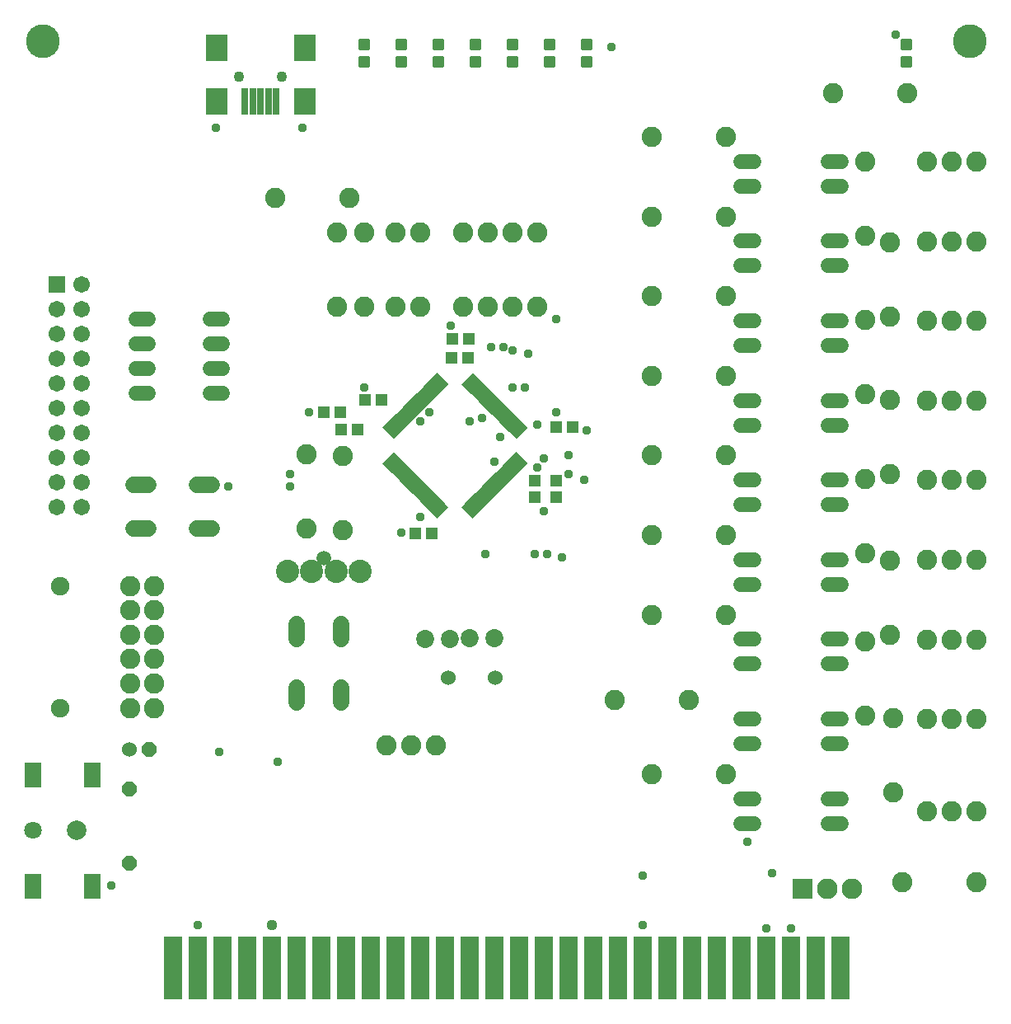
<source format=gts>
G75*
%MOIN*%
%OFA0B0*%
%FSLAX25Y25*%
%IPPOS*%
%LPD*%
%AMOC8*
5,1,8,0,0,1.08239X$1,22.5*
%
%ADD10C,0.13650*%
%ADD11R,0.06509X0.01981*%
%ADD12R,0.06737X0.06737*%
%ADD13C,0.06737*%
%ADD14R,0.02769X0.10643*%
%ADD15R,0.08674X0.10643*%
%ADD16C,0.04343*%
%ADD17R,0.07300X0.25800*%
%ADD18C,0.08182*%
%ADD19C,0.07493*%
%ADD20R,0.06706X0.10249*%
%ADD21C,0.07099*%
%ADD22C,0.07887*%
%ADD23C,0.08200*%
%ADD24C,0.06000*%
%ADD25R,0.08300X0.08300*%
%ADD26C,0.08300*%
%ADD27C,0.06000*%
%ADD28R,0.05131X0.04737*%
%ADD29R,0.04737X0.05131*%
%ADD30C,0.01421*%
%ADD31C,0.06800*%
%ADD32C,0.07300*%
%ADD33C,0.09400*%
%ADD34C,0.05918*%
%ADD35OC8,0.06000*%
%ADD36C,0.04369*%
%ADD37C,0.03778*%
D10*
X0013800Y0392152D03*
X0388800Y0392152D03*
D11*
G36*
X0203826Y0232645D02*
X0208426Y0237245D01*
X0209826Y0235845D01*
X0205226Y0231245D01*
X0203826Y0232645D01*
G37*
G36*
X0202434Y0234037D02*
X0207034Y0238637D01*
X0208434Y0237237D01*
X0203834Y0232637D01*
X0202434Y0234037D01*
G37*
G36*
X0201042Y0235429D02*
X0205642Y0240029D01*
X0207042Y0238629D01*
X0202442Y0234029D01*
X0201042Y0235429D01*
G37*
G36*
X0199650Y0236821D02*
X0204250Y0241421D01*
X0205650Y0240021D01*
X0201050Y0235421D01*
X0199650Y0236821D01*
G37*
G36*
X0198258Y0238212D02*
X0202858Y0242812D01*
X0204258Y0241412D01*
X0199658Y0236812D01*
X0198258Y0238212D01*
G37*
G36*
X0196866Y0239604D02*
X0201466Y0244204D01*
X0202866Y0242804D01*
X0198266Y0238204D01*
X0196866Y0239604D01*
G37*
G36*
X0195474Y0240996D02*
X0200074Y0245596D01*
X0201474Y0244196D01*
X0196874Y0239596D01*
X0195474Y0240996D01*
G37*
G36*
X0194082Y0242388D02*
X0198682Y0246988D01*
X0200082Y0245588D01*
X0195482Y0240988D01*
X0194082Y0242388D01*
G37*
G36*
X0192690Y0243780D02*
X0197290Y0248380D01*
X0198690Y0246980D01*
X0194090Y0242380D01*
X0192690Y0243780D01*
G37*
G36*
X0191298Y0245172D02*
X0195898Y0249772D01*
X0197298Y0248372D01*
X0192698Y0243772D01*
X0191298Y0245172D01*
G37*
G36*
X0189906Y0246564D02*
X0194506Y0251164D01*
X0195906Y0249764D01*
X0191306Y0245164D01*
X0189906Y0246564D01*
G37*
G36*
X0188515Y0247956D02*
X0193115Y0252556D01*
X0194515Y0251156D01*
X0189915Y0246556D01*
X0188515Y0247956D01*
G37*
G36*
X0187123Y0249348D02*
X0191723Y0253948D01*
X0193123Y0252548D01*
X0188523Y0247948D01*
X0187123Y0249348D01*
G37*
G36*
X0185731Y0250740D02*
X0190331Y0255340D01*
X0191731Y0253940D01*
X0187131Y0249340D01*
X0185731Y0250740D01*
G37*
G36*
X0184339Y0252132D02*
X0188939Y0256732D01*
X0190339Y0255332D01*
X0185739Y0250732D01*
X0184339Y0252132D01*
G37*
G36*
X0182947Y0253524D02*
X0187547Y0258124D01*
X0188947Y0256724D01*
X0184347Y0252124D01*
X0182947Y0253524D01*
G37*
G36*
X0173211Y0258124D02*
X0177811Y0253524D01*
X0176411Y0252124D01*
X0171811Y0256724D01*
X0173211Y0258124D01*
G37*
G36*
X0171819Y0256732D02*
X0176419Y0252132D01*
X0175019Y0250732D01*
X0170419Y0255332D01*
X0171819Y0256732D01*
G37*
G36*
X0170427Y0255340D02*
X0175027Y0250740D01*
X0173627Y0249340D01*
X0169027Y0253940D01*
X0170427Y0255340D01*
G37*
G36*
X0169035Y0253948D02*
X0173635Y0249348D01*
X0172235Y0247948D01*
X0167635Y0252548D01*
X0169035Y0253948D01*
G37*
G36*
X0167643Y0252556D02*
X0172243Y0247956D01*
X0170843Y0246556D01*
X0166243Y0251156D01*
X0167643Y0252556D01*
G37*
G36*
X0166252Y0251164D02*
X0170852Y0246564D01*
X0169452Y0245164D01*
X0164852Y0249764D01*
X0166252Y0251164D01*
G37*
G36*
X0164860Y0249772D02*
X0169460Y0245172D01*
X0168060Y0243772D01*
X0163460Y0248372D01*
X0164860Y0249772D01*
G37*
G36*
X0163468Y0248380D02*
X0168068Y0243780D01*
X0166668Y0242380D01*
X0162068Y0246980D01*
X0163468Y0248380D01*
G37*
G36*
X0162076Y0246988D02*
X0166676Y0242388D01*
X0165276Y0240988D01*
X0160676Y0245588D01*
X0162076Y0246988D01*
G37*
G36*
X0160684Y0245596D02*
X0165284Y0240996D01*
X0163884Y0239596D01*
X0159284Y0244196D01*
X0160684Y0245596D01*
G37*
G36*
X0159292Y0244204D02*
X0163892Y0239604D01*
X0162492Y0238204D01*
X0157892Y0242804D01*
X0159292Y0244204D01*
G37*
G36*
X0157900Y0242812D02*
X0162500Y0238212D01*
X0161100Y0236812D01*
X0156500Y0241412D01*
X0157900Y0242812D01*
G37*
G36*
X0156508Y0241421D02*
X0161108Y0236821D01*
X0159708Y0235421D01*
X0155108Y0240021D01*
X0156508Y0241421D01*
G37*
G36*
X0155116Y0240029D02*
X0159716Y0235429D01*
X0158316Y0234029D01*
X0153716Y0238629D01*
X0155116Y0240029D01*
G37*
G36*
X0153724Y0238637D02*
X0158324Y0234037D01*
X0156924Y0232637D01*
X0152324Y0237237D01*
X0153724Y0238637D01*
G37*
G36*
X0152332Y0237245D02*
X0156932Y0232645D01*
X0155532Y0231245D01*
X0150932Y0235845D01*
X0152332Y0237245D01*
G37*
G36*
X0150932Y0221509D02*
X0155532Y0226109D01*
X0156932Y0224709D01*
X0152332Y0220109D01*
X0150932Y0221509D01*
G37*
G36*
X0152324Y0220117D02*
X0156924Y0224717D01*
X0158324Y0223317D01*
X0153724Y0218717D01*
X0152324Y0220117D01*
G37*
G36*
X0153716Y0218725D02*
X0158316Y0223325D01*
X0159716Y0221925D01*
X0155116Y0217325D01*
X0153716Y0218725D01*
G37*
G36*
X0155108Y0217333D02*
X0159708Y0221933D01*
X0161108Y0220533D01*
X0156508Y0215933D01*
X0155108Y0217333D01*
G37*
G36*
X0156500Y0215941D02*
X0161100Y0220541D01*
X0162500Y0219141D01*
X0157900Y0214541D01*
X0156500Y0215941D01*
G37*
G36*
X0157892Y0214549D02*
X0162492Y0219149D01*
X0163892Y0217749D01*
X0159292Y0213149D01*
X0157892Y0214549D01*
G37*
G36*
X0159284Y0213158D02*
X0163884Y0217758D01*
X0165284Y0216358D01*
X0160684Y0211758D01*
X0159284Y0213158D01*
G37*
G36*
X0160676Y0211766D02*
X0165276Y0216366D01*
X0166676Y0214966D01*
X0162076Y0210366D01*
X0160676Y0211766D01*
G37*
G36*
X0162068Y0210374D02*
X0166668Y0214974D01*
X0168068Y0213574D01*
X0163468Y0208974D01*
X0162068Y0210374D01*
G37*
G36*
X0163460Y0208982D02*
X0168060Y0213582D01*
X0169460Y0212182D01*
X0164860Y0207582D01*
X0163460Y0208982D01*
G37*
G36*
X0164852Y0207590D02*
X0169452Y0212190D01*
X0170852Y0210790D01*
X0166252Y0206190D01*
X0164852Y0207590D01*
G37*
G36*
X0166243Y0206198D02*
X0170843Y0210798D01*
X0172243Y0209398D01*
X0167643Y0204798D01*
X0166243Y0206198D01*
G37*
G36*
X0167635Y0204806D02*
X0172235Y0209406D01*
X0173635Y0208006D01*
X0169035Y0203406D01*
X0167635Y0204806D01*
G37*
G36*
X0169027Y0203414D02*
X0173627Y0208014D01*
X0175027Y0206614D01*
X0170427Y0202014D01*
X0169027Y0203414D01*
G37*
G36*
X0170419Y0202022D02*
X0175019Y0206622D01*
X0176419Y0205222D01*
X0171819Y0200622D01*
X0170419Y0202022D01*
G37*
G36*
X0171811Y0200630D02*
X0176411Y0205230D01*
X0177811Y0203830D01*
X0173211Y0199230D01*
X0171811Y0200630D01*
G37*
G36*
X0184347Y0205230D02*
X0188947Y0200630D01*
X0187547Y0199230D01*
X0182947Y0203830D01*
X0184347Y0205230D01*
G37*
G36*
X0185739Y0206622D02*
X0190339Y0202022D01*
X0188939Y0200622D01*
X0184339Y0205222D01*
X0185739Y0206622D01*
G37*
G36*
X0187131Y0208014D02*
X0191731Y0203414D01*
X0190331Y0202014D01*
X0185731Y0206614D01*
X0187131Y0208014D01*
G37*
G36*
X0188523Y0209406D02*
X0193123Y0204806D01*
X0191723Y0203406D01*
X0187123Y0208006D01*
X0188523Y0209406D01*
G37*
G36*
X0189915Y0210798D02*
X0194515Y0206198D01*
X0193115Y0204798D01*
X0188515Y0209398D01*
X0189915Y0210798D01*
G37*
G36*
X0191306Y0212190D02*
X0195906Y0207590D01*
X0194506Y0206190D01*
X0189906Y0210790D01*
X0191306Y0212190D01*
G37*
G36*
X0192698Y0213582D02*
X0197298Y0208982D01*
X0195898Y0207582D01*
X0191298Y0212182D01*
X0192698Y0213582D01*
G37*
G36*
X0194090Y0214974D02*
X0198690Y0210374D01*
X0197290Y0208974D01*
X0192690Y0213574D01*
X0194090Y0214974D01*
G37*
G36*
X0195482Y0216366D02*
X0200082Y0211766D01*
X0198682Y0210366D01*
X0194082Y0214966D01*
X0195482Y0216366D01*
G37*
G36*
X0196874Y0217758D02*
X0201474Y0213158D01*
X0200074Y0211758D01*
X0195474Y0216358D01*
X0196874Y0217758D01*
G37*
G36*
X0198266Y0219149D02*
X0202866Y0214549D01*
X0201466Y0213149D01*
X0196866Y0217749D01*
X0198266Y0219149D01*
G37*
G36*
X0199658Y0220541D02*
X0204258Y0215941D01*
X0202858Y0214541D01*
X0198258Y0219141D01*
X0199658Y0220541D01*
G37*
G36*
X0201050Y0221933D02*
X0205650Y0217333D01*
X0204250Y0215933D01*
X0199650Y0220533D01*
X0201050Y0221933D01*
G37*
G36*
X0202442Y0223325D02*
X0207042Y0218725D01*
X0205642Y0217325D01*
X0201042Y0221925D01*
X0202442Y0223325D01*
G37*
G36*
X0203834Y0224717D02*
X0208434Y0220117D01*
X0207034Y0218717D01*
X0202434Y0223317D01*
X0203834Y0224717D01*
G37*
G36*
X0205226Y0226109D02*
X0209826Y0221509D01*
X0208426Y0220109D01*
X0203826Y0224709D01*
X0205226Y0226109D01*
G37*
D12*
X0019309Y0293753D03*
D13*
X0029309Y0293753D03*
X0029309Y0283753D03*
X0029309Y0273753D03*
X0029309Y0263753D03*
X0029309Y0253753D03*
X0029309Y0243753D03*
X0029309Y0233753D03*
X0029309Y0223753D03*
X0029309Y0213753D03*
X0029309Y0203753D03*
X0019309Y0203753D03*
X0019309Y0213753D03*
X0019309Y0223753D03*
X0019309Y0233753D03*
X0019309Y0243753D03*
X0019309Y0253753D03*
X0019309Y0263753D03*
X0019309Y0273753D03*
X0019309Y0283753D03*
D14*
X0095486Y0367778D03*
X0098635Y0367778D03*
X0101785Y0367778D03*
X0104935Y0367778D03*
X0108084Y0367778D03*
D15*
X0119502Y0367778D03*
X0119502Y0389432D03*
X0084068Y0389432D03*
X0084068Y0367778D03*
D16*
X0093124Y0377621D03*
X0110446Y0377621D03*
D17*
X0106494Y0017500D03*
X0116494Y0017500D03*
X0126494Y0017500D03*
X0136494Y0017500D03*
X0146494Y0017500D03*
X0156494Y0017500D03*
X0166494Y0017500D03*
X0176494Y0017500D03*
X0186494Y0017500D03*
X0196494Y0017500D03*
X0206494Y0017500D03*
X0216494Y0017500D03*
X0226494Y0017500D03*
X0236494Y0017500D03*
X0246494Y0017500D03*
X0256494Y0017500D03*
X0266494Y0017500D03*
X0276494Y0017500D03*
X0286494Y0017500D03*
X0296494Y0017500D03*
X0306494Y0017500D03*
X0316494Y0017500D03*
X0326494Y0017500D03*
X0336494Y0017500D03*
X0096494Y0017500D03*
X0086494Y0017500D03*
X0076494Y0017500D03*
X0066494Y0017500D03*
D18*
X0058819Y0122566D03*
X0058819Y0132409D03*
X0048976Y0132409D03*
X0048976Y0122566D03*
X0048976Y0142251D03*
X0058819Y0142251D03*
X0058819Y0152094D03*
X0058819Y0161936D03*
X0048976Y0161936D03*
X0048976Y0152094D03*
X0048976Y0171779D03*
X0058819Y0171779D03*
D19*
X0020708Y0171779D03*
X0020708Y0122566D03*
D20*
X0009624Y0050528D03*
X0033640Y0050528D03*
X0033640Y0095410D03*
X0009624Y0095410D03*
D21*
X0009624Y0072969D03*
D22*
X0027341Y0072969D03*
D23*
X0135065Y0194299D03*
X0120226Y0195233D03*
X0120226Y0225233D03*
X0135065Y0224299D03*
X0132550Y0284652D03*
X0143800Y0284652D03*
X0156300Y0284652D03*
X0166300Y0284652D03*
X0183800Y0284652D03*
X0193800Y0284652D03*
X0203800Y0284652D03*
X0213800Y0284652D03*
X0213800Y0314652D03*
X0203800Y0314652D03*
X0193800Y0314652D03*
X0183800Y0314652D03*
X0166300Y0314652D03*
X0156300Y0314652D03*
X0143800Y0314652D03*
X0132550Y0314652D03*
X0137678Y0328784D03*
X0107678Y0328784D03*
X0260050Y0321202D03*
X0290050Y0321202D03*
X0290050Y0353402D03*
X0260050Y0353402D03*
X0260050Y0289002D03*
X0290050Y0289002D03*
X0290050Y0256802D03*
X0260050Y0256802D03*
X0260050Y0224602D03*
X0290050Y0224602D03*
X0290050Y0192402D03*
X0260050Y0192402D03*
X0260050Y0160202D03*
X0290050Y0160202D03*
X0275050Y0125902D03*
X0245050Y0125902D03*
X0260050Y0095802D03*
X0290050Y0095802D03*
X0346300Y0119452D03*
X0357550Y0118402D03*
X0371300Y0118002D03*
X0381300Y0118002D03*
X0391300Y0118002D03*
X0391300Y0150202D03*
X0381300Y0150202D03*
X0371300Y0150202D03*
X0356300Y0152152D03*
X0346300Y0149452D03*
X0356300Y0182152D03*
X0346300Y0185102D03*
X0371300Y0182402D03*
X0381300Y0182402D03*
X0391300Y0182402D03*
X0391300Y0214602D03*
X0381300Y0214602D03*
X0371300Y0214602D03*
X0356300Y0217152D03*
X0346300Y0215102D03*
X0356300Y0247152D03*
X0346300Y0249502D03*
X0371300Y0246802D03*
X0381300Y0246802D03*
X0391300Y0246802D03*
X0391300Y0279002D03*
X0381300Y0279002D03*
X0371300Y0279002D03*
X0356300Y0280902D03*
X0346300Y0279502D03*
X0356300Y0310902D03*
X0346300Y0313402D03*
X0371300Y0311202D03*
X0381300Y0311202D03*
X0391300Y0311202D03*
X0391300Y0343402D03*
X0381300Y0343402D03*
X0371300Y0343402D03*
X0346300Y0343402D03*
X0333397Y0370917D03*
X0363397Y0370917D03*
X0172590Y0107354D03*
X0162590Y0107354D03*
X0152590Y0107354D03*
X0357550Y0088402D03*
X0371300Y0080802D03*
X0381300Y0080802D03*
X0391300Y0080802D03*
X0391300Y0052152D03*
X0361300Y0052152D03*
D24*
X0196691Y0134632D03*
X0177691Y0134632D03*
X0048550Y0105902D03*
D25*
X0320895Y0049427D03*
D26*
X0330895Y0049427D03*
X0340895Y0049427D03*
D27*
X0336500Y0075902D02*
X0331300Y0075902D01*
X0331300Y0085902D02*
X0336500Y0085902D01*
X0336500Y0108102D02*
X0331300Y0108102D01*
X0331300Y0118102D02*
X0336500Y0118102D01*
X0336500Y0140302D02*
X0331300Y0140302D01*
X0331300Y0150302D02*
X0336500Y0150302D01*
X0336500Y0172502D02*
X0331300Y0172502D01*
X0331300Y0182502D02*
X0336500Y0182502D01*
X0336500Y0204702D02*
X0331300Y0204702D01*
X0331300Y0214702D02*
X0336500Y0214702D01*
X0336500Y0236902D02*
X0331300Y0236902D01*
X0331300Y0246902D02*
X0336500Y0246902D01*
X0336500Y0269102D02*
X0331300Y0269102D01*
X0331300Y0279102D02*
X0336500Y0279102D01*
X0336500Y0301302D02*
X0331300Y0301302D01*
X0331300Y0311302D02*
X0336500Y0311302D01*
X0336500Y0333502D02*
X0331300Y0333502D01*
X0331300Y0343502D02*
X0336500Y0343502D01*
X0301300Y0343502D02*
X0296100Y0343502D01*
X0296100Y0333502D02*
X0301300Y0333502D01*
X0301300Y0311302D02*
X0296100Y0311302D01*
X0296100Y0301302D02*
X0301300Y0301302D01*
X0301300Y0279102D02*
X0296100Y0279102D01*
X0296100Y0269102D02*
X0301300Y0269102D01*
X0301300Y0246902D02*
X0296100Y0246902D01*
X0296100Y0236902D02*
X0301300Y0236902D01*
X0301300Y0214702D02*
X0296100Y0214702D01*
X0296100Y0204702D02*
X0301300Y0204702D01*
X0301300Y0182502D02*
X0296100Y0182502D01*
X0296100Y0172502D02*
X0301300Y0172502D01*
X0301300Y0150302D02*
X0296100Y0150302D01*
X0296100Y0140302D02*
X0301300Y0140302D01*
X0301300Y0118102D02*
X0296100Y0118102D01*
X0296100Y0108102D02*
X0301300Y0108102D01*
X0301300Y0085902D02*
X0296100Y0085902D01*
X0296100Y0075902D02*
X0301300Y0075902D01*
X0086400Y0249652D02*
X0081200Y0249652D01*
X0081200Y0259652D02*
X0086400Y0259652D01*
X0086400Y0269652D02*
X0081200Y0269652D01*
X0081200Y0279652D02*
X0086400Y0279652D01*
X0056400Y0279652D02*
X0051200Y0279652D01*
X0051200Y0269652D02*
X0056400Y0269652D01*
X0056400Y0259652D02*
X0051200Y0259652D01*
X0051200Y0249652D02*
X0056400Y0249652D01*
D28*
X0127443Y0241912D03*
X0134135Y0241912D03*
X0134444Y0234973D03*
X0141136Y0234973D03*
X0144022Y0246936D03*
X0150714Y0246936D03*
X0178964Y0264042D03*
X0179196Y0271790D03*
X0185888Y0271790D03*
X0185656Y0264042D03*
X0221464Y0236159D03*
X0228156Y0236159D03*
X0171136Y0193051D03*
X0164444Y0193051D03*
D29*
X0212612Y0207796D03*
X0212612Y0214488D03*
X0221268Y0214488D03*
X0221268Y0207796D03*
D30*
X0220458Y0382041D02*
X0217142Y0382041D01*
X0217142Y0385357D01*
X0220458Y0385357D01*
X0220458Y0382041D01*
X0220458Y0383461D02*
X0217142Y0383461D01*
X0217142Y0384881D02*
X0220458Y0384881D01*
X0220458Y0388947D02*
X0217142Y0388947D01*
X0217142Y0392263D01*
X0220458Y0392263D01*
X0220458Y0388947D01*
X0220458Y0390367D02*
X0217142Y0390367D01*
X0217142Y0391787D02*
X0220458Y0391787D01*
X0232142Y0388947D02*
X0235458Y0388947D01*
X0232142Y0388947D02*
X0232142Y0392263D01*
X0235458Y0392263D01*
X0235458Y0388947D01*
X0235458Y0390367D02*
X0232142Y0390367D01*
X0232142Y0391787D02*
X0235458Y0391787D01*
X0235458Y0382041D02*
X0232142Y0382041D01*
X0232142Y0385357D01*
X0235458Y0385357D01*
X0235458Y0382041D01*
X0235458Y0383461D02*
X0232142Y0383461D01*
X0232142Y0384881D02*
X0235458Y0384881D01*
X0205458Y0382041D02*
X0202142Y0382041D01*
X0202142Y0385357D01*
X0205458Y0385357D01*
X0205458Y0382041D01*
X0205458Y0383461D02*
X0202142Y0383461D01*
X0202142Y0384881D02*
X0205458Y0384881D01*
X0205458Y0388947D02*
X0202142Y0388947D01*
X0202142Y0392263D01*
X0205458Y0392263D01*
X0205458Y0388947D01*
X0205458Y0390367D02*
X0202142Y0390367D01*
X0202142Y0391787D02*
X0205458Y0391787D01*
X0190458Y0388947D02*
X0187142Y0388947D01*
X0187142Y0392263D01*
X0190458Y0392263D01*
X0190458Y0388947D01*
X0190458Y0390367D02*
X0187142Y0390367D01*
X0187142Y0391787D02*
X0190458Y0391787D01*
X0190458Y0382041D02*
X0187142Y0382041D01*
X0187142Y0385357D01*
X0190458Y0385357D01*
X0190458Y0382041D01*
X0190458Y0383461D02*
X0187142Y0383461D01*
X0187142Y0384881D02*
X0190458Y0384881D01*
X0175458Y0382041D02*
X0172142Y0382041D01*
X0172142Y0385357D01*
X0175458Y0385357D01*
X0175458Y0382041D01*
X0175458Y0383461D02*
X0172142Y0383461D01*
X0172142Y0384881D02*
X0175458Y0384881D01*
X0175458Y0388947D02*
X0172142Y0388947D01*
X0172142Y0392263D01*
X0175458Y0392263D01*
X0175458Y0388947D01*
X0175458Y0390367D02*
X0172142Y0390367D01*
X0172142Y0391787D02*
X0175458Y0391787D01*
X0160458Y0388947D02*
X0157142Y0388947D01*
X0157142Y0392263D01*
X0160458Y0392263D01*
X0160458Y0388947D01*
X0160458Y0390367D02*
X0157142Y0390367D01*
X0157142Y0391787D02*
X0160458Y0391787D01*
X0160458Y0382041D02*
X0157142Y0382041D01*
X0157142Y0385357D01*
X0160458Y0385357D01*
X0160458Y0382041D01*
X0160458Y0383461D02*
X0157142Y0383461D01*
X0157142Y0384881D02*
X0160458Y0384881D01*
X0145458Y0382041D02*
X0142142Y0382041D01*
X0142142Y0385357D01*
X0145458Y0385357D01*
X0145458Y0382041D01*
X0145458Y0383461D02*
X0142142Y0383461D01*
X0142142Y0384881D02*
X0145458Y0384881D01*
X0145458Y0388947D02*
X0142142Y0388947D01*
X0142142Y0392263D01*
X0145458Y0392263D01*
X0145458Y0388947D01*
X0145458Y0390367D02*
X0142142Y0390367D01*
X0142142Y0391787D02*
X0145458Y0391787D01*
X0361298Y0388954D02*
X0364614Y0388954D01*
X0361298Y0388954D02*
X0361298Y0392270D01*
X0364614Y0392270D01*
X0364614Y0388954D01*
X0364614Y0390374D02*
X0361298Y0390374D01*
X0361298Y0391794D02*
X0364614Y0391794D01*
X0364614Y0382048D02*
X0361298Y0382048D01*
X0361298Y0385364D01*
X0364614Y0385364D01*
X0364614Y0382048D01*
X0364614Y0383468D02*
X0361298Y0383468D01*
X0361298Y0384888D02*
X0364614Y0384888D01*
D31*
X0134224Y0156409D02*
X0134224Y0150409D01*
X0116424Y0150409D02*
X0116424Y0156409D01*
X0116424Y0130809D02*
X0116424Y0124809D01*
X0134224Y0124809D02*
X0134224Y0130809D01*
X0081896Y0194977D02*
X0075896Y0194977D01*
X0075896Y0212777D02*
X0081896Y0212777D01*
X0056296Y0212777D02*
X0050296Y0212777D01*
X0050296Y0194977D02*
X0056296Y0194977D01*
D32*
X0168233Y0150483D03*
X0178233Y0150483D03*
X0186313Y0150745D03*
X0196313Y0150745D03*
D33*
X0142028Y0177802D03*
X0132186Y0177802D03*
X0122343Y0177802D03*
X0112501Y0177802D03*
D34*
X0127265Y0183077D03*
D35*
X0056550Y0105902D03*
X0048800Y0089652D03*
X0048800Y0059652D03*
D36*
X0106300Y0034652D03*
D37*
X0076300Y0034652D03*
X0041300Y0050902D03*
X0085050Y0104652D03*
X0108800Y0100902D03*
X0192550Y0184652D03*
X0212550Y0184652D03*
X0217550Y0184652D03*
X0223800Y0183402D03*
X0216300Y0202152D03*
X0226300Y0217152D03*
X0232550Y0214652D03*
X0226300Y0224652D03*
X0233800Y0234652D03*
X0221300Y0242152D03*
X0213800Y0237152D03*
X0216300Y0223402D03*
X0213800Y0219652D03*
X0198800Y0232152D03*
X0191300Y0239652D03*
X0186300Y0238402D03*
X0170050Y0242152D03*
X0166300Y0238402D03*
X0143800Y0252152D03*
X0121300Y0242152D03*
X0113800Y0217152D03*
X0113800Y0212152D03*
X0088800Y0212152D03*
X0158800Y0193402D03*
X0166300Y0199652D03*
X0196300Y0222152D03*
X0203800Y0252152D03*
X0208800Y0252152D03*
X0210050Y0265902D03*
X0203800Y0267152D03*
X0200050Y0268402D03*
X0195050Y0268402D03*
X0178800Y0277152D03*
X0221300Y0279652D03*
X0118800Y0357152D03*
X0083800Y0357152D03*
X0243800Y0389652D03*
X0358800Y0394652D03*
X0298800Y0068402D03*
X0308800Y0055902D03*
X0306300Y0033402D03*
X0316300Y0033402D03*
X0256300Y0034652D03*
X0256300Y0054652D03*
M02*

</source>
